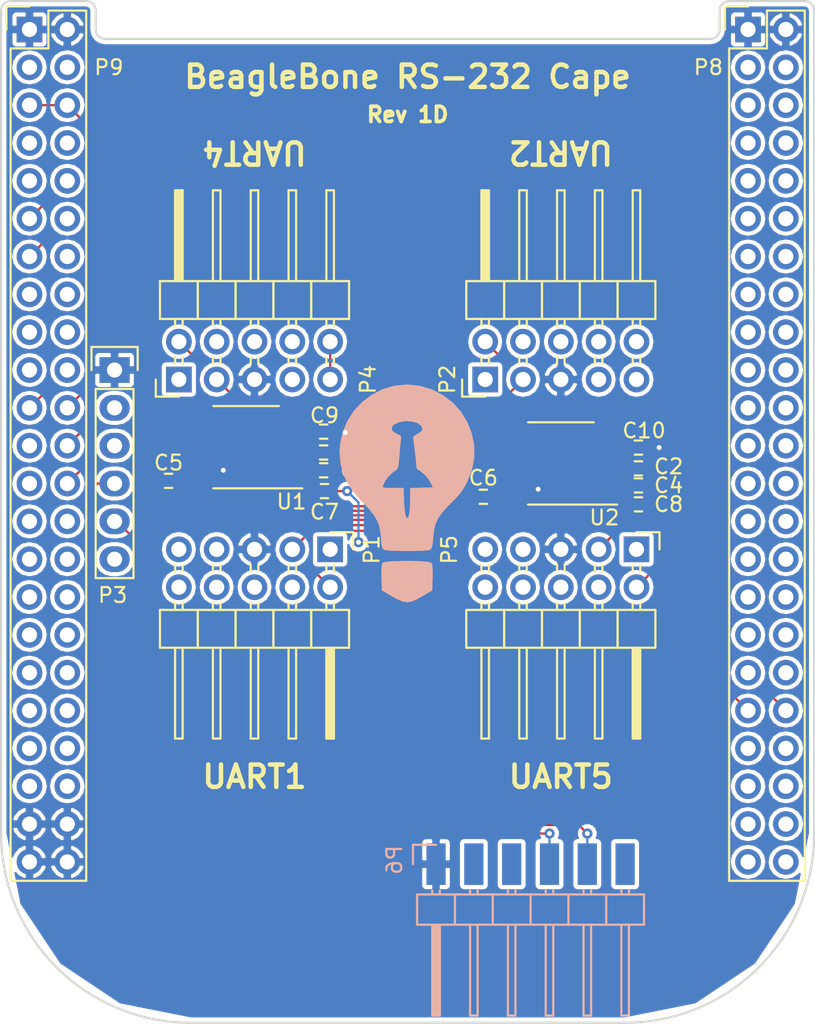
<source format=kicad_pcb>
(kicad_pcb (version 4) (host pcbnew 4.0.3-stable)
  (title_block (title "BeagleBone RS-232 Cape") (date 2016-11-16) (rev 1D) (company BulbTack))
  (layers (0 F.Cu signal) (31 B.Cu signal) (34 B.Paste user) (35 F.Paste user) (36 B.SilkS user) (37 F.SilkS user) (38 B.Mask user) (39 F.Mask user) (44 Edge.Cuts user))
  (net 0 "")
  (net 1 GNDD)
  (net 2 UART1_TXD)
  (net 3 UART4_TXD)
  (net 4 UART1_RXD)
  (net 5 UART4_RXD)
  (net 6 UART2_TXD)
  (net 7 UART5_TXD)
  (net 8 UART2_RXD)
  (net 9 UART5_RXD)
  (net 10 SER1_RX)
  (net 11 SER1_TX)
  (net 12 SER2_RX)
  (net 13 SER2_TX)
  (net 14 SER4_RX)
  (net 15 SER4_TX)
  (net 16 SER5_RX)
  (net 17 SER5_TX)
  (net 18 +5VD)
  (net 19 /C2_PLUS_1)
  (net 20 /C2_MINUS_1)
  (net 21 /C2_PLUS_2)
  (net 22 /C2_MINUS_2)
  (net 23 /C1_PLUS_1)
  (net 24 /C1_MINUS_1)
  (net 25 /C1_PLUS_2)
  (net 26 /C1_MINUS_2)
  (net 27 /V_PLUS_1)
  (net 28 /V_PLUS_2)
  (net 29 /V_MINUS_1)
  (net 30 /V_MINUS_2)
  (net 31 /UART0_RXD)
  (net 32 /UART0_TXD)
  (net 33 "Net-(P1-Pad1)")
  (net 34 "Net-(P1-Pad4)")
  (net 35 "Net-(P1-Pad6)")
  (net 36 "Net-(P1-Pad7)")
  (net 37 "Net-(P1-Pad8)")
  (net 38 "Net-(P1-Pad9)")
  (net 39 "Net-(P1-Pad10)")
  (net 40 "Net-(P2-Pad1)")
  (net 41 "Net-(P2-Pad4)")
  (net 42 "Net-(P2-Pad6)")
  (net 43 "Net-(P2-Pad7)")
  (net 44 "Net-(P2-Pad8)")
  (net 45 "Net-(P2-Pad9)")
  (net 46 "Net-(P2-Pad10)")
  (net 47 "Net-(P3-Pad2)")
  (net 48 "Net-(P3-Pad3)")
  (net 49 "Net-(P3-Pad6)")
  (net 50 "Net-(P4-Pad1)")
  (net 51 "Net-(P4-Pad4)")
  (net 52 "Net-(P4-Pad6)")
  (net 53 "Net-(P4-Pad7)")
  (net 54 "Net-(P4-Pad8)")
  (net 55 "Net-(P4-Pad9)")
  (net 56 "Net-(P4-Pad10)")
  (net 57 "Net-(P5-Pad1)")
  (net 58 "Net-(P5-Pad4)")
  (net 59 "Net-(P5-Pad6)")
  (net 60 "Net-(P5-Pad7)")
  (net 61 "Net-(P5-Pad8)")
  (net 62 "Net-(P5-Pad9)")
  (net 63 "Net-(P5-Pad10)")
  (net 64 "Net-(P8-Pad3)")
  (net 65 "Net-(P8-Pad4)")
  (net 66 "Net-(P8-Pad5)")
  (net 67 "Net-(P8-Pad6)")
  (net 68 "Net-(P8-Pad7)")
  (net 69 "Net-(P8-Pad8)")
  (net 70 "Net-(P8-Pad9)")
  (net 71 "Net-(P8-Pad10)")
  (net 72 "Net-(P8-Pad11)")
  (net 73 "Net-(P8-Pad12)")
  (net 74 "Net-(P8-Pad13)")
  (net 75 "Net-(P8-Pad14)")
  (net 76 "Net-(P8-Pad15)")
  (net 77 "Net-(P8-Pad16)")
  (net 78 "Net-(P8-Pad17)")
  (net 79 "Net-(P8-Pad18)")
  (net 80 "Net-(P8-Pad19)")
  (net 81 "Net-(P8-Pad20)")
  (net 82 "Net-(P8-Pad21)")
  (net 83 "Net-(P8-Pad22)")
  (net 84 "Net-(P8-Pad23)")
  (net 85 "Net-(P8-Pad24)")
  (net 86 "Net-(P8-Pad25)")
  (net 87 "Net-(P8-Pad26)")
  (net 88 "Net-(P8-Pad27)")
  (net 89 "Net-(P8-Pad28)")
  (net 90 "Net-(P8-Pad29)")
  (net 91 "Net-(P8-Pad30)")
  (net 92 "Net-(P8-Pad31)")
  (net 93 "Net-(P8-Pad32)")
  (net 94 "Net-(P8-Pad33)")
  (net 95 "Net-(P8-Pad34)")
  (net 96 "Net-(P8-Pad35)")
  (net 97 "Net-(P8-Pad36)")
  (net 98 "Net-(P8-Pad39)")
  (net 99 "Net-(P8-Pad40)")
  (net 100 "Net-(P8-Pad41)")
  (net 101 "Net-(P8-Pad42)")
  (net 102 "Net-(P8-Pad43)")
  (net 103 "Net-(P8-Pad44)")
  (net 104 "Net-(P8-Pad45)")
  (net 105 "Net-(P8-Pad46)")
  (net 106 "Net-(P9-Pad3)")
  (net 107 "Net-(P9-Pad4)")
  (net 108 "Net-(P9-Pad7)")
  (net 109 "Net-(P9-Pad8)")
  (net 110 "Net-(P9-Pad9)")
  (net 111 "Net-(P9-Pad10)")
  (net 112 "Net-(P9-Pad12)")
  (net 113 "Net-(P9-Pad14)")
  (net 114 "Net-(P9-Pad15)")
  (net 115 "Net-(P9-Pad16)")
  (net 116 "Net-(P9-Pad17)")
  (net 117 "Net-(P9-Pad18)")
  (net 118 "Net-(P9-Pad19)")
  (net 119 "Net-(P9-Pad20)")
  (net 120 "Net-(P9-Pad23)")
  (net 121 "Net-(P9-Pad25)")
  (net 122 "Net-(P9-Pad27)")
  (net 123 "Net-(P9-Pad28)")
  (net 124 "Net-(P9-Pad29)")
  (net 125 "Net-(P9-Pad30)")
  (net 126 "Net-(P9-Pad31)")
  (net 127 "Net-(P9-Pad32)")
  (net 128 "Net-(P9-Pad33)")
  (net 129 "Net-(P9-Pad34)")
  (net 130 "Net-(P9-Pad35)")
  (net 131 "Net-(P9-Pad36)")
  (net 132 "Net-(P9-Pad37)")
  (net 133 "Net-(P9-Pad38)")
  (net 134 "Net-(P9-Pad39)")
  (net 135 "Net-(P9-Pad40)")
  (net 136 "Net-(P9-Pad41)")
  (net 137 "Net-(P9-Pad42)")
  (net 138 "Net-(P6-Pad2)")
  (net 139 "Net-(P6-Pad3)")
  (net 140 "Net-(P6-Pad6)")
  (module Capacitors_SMD:C_0402 (layer F.Cu) (at 97.859488 124.279438)
    (fp_text reference C1 (at 2.089512 -0.073438) (layer F.SilkS))
    (fp_text value .1uF hide)
    (pad 1 smd rect (at -0.55 0) (size 0.6 0.5) (layers F.Cu F.Paste F.Mask) (net 19 /C2_PLUS_1))
    (pad 2 smd rect (at 0.55 0) (size 0.6 0.5) (layers F.Cu F.Paste F.Mask) (net 20 /C2_MINUS_1))
  )
  (module Capacitors_SMD:C_0402 (layer F.Cu) (at 118.999 125.349)
    (fp_text reference C2 (at 2.032 -0.127) (layer F.SilkS))
    (fp_text value .1uF hide)
    (pad 1 smd rect (at -0.55 0) (size 0.6 0.5) (layers F.Cu F.Paste F.Mask) (net 21 /C2_PLUS_2))
    (pad 2 smd rect (at 0.55 0) (size 0.6 0.5) (layers F.Cu F.Paste F.Mask) (net 22 /C2_MINUS_2))
  )
  (module Capacitors_SMD:C_0402 (layer F.Cu) (at 97.859488 125.476 180)
    (fp_text reference C3 (at -2.089512 0 180) (layer F.SilkS))
    (fp_text value .1uF hide)
    (pad 1 smd rect (at -0.55 0 180) (size 0.6 0.5) (layers F.Cu F.Paste F.Mask) (net 23 /C1_PLUS_1))
    (pad 2 smd rect (at 0.55 0 180) (size 0.6 0.5) (layers F.Cu F.Paste F.Mask) (net 24 /C1_MINUS_1))
  )
  (module Capacitors_SMD:C_0402 (layer F.Cu) (at 118.999 126.492 180)
    (fp_text reference C4 (at -2.032 0 180) (layer F.SilkS))
    (fp_text value .1uF hide)
    (pad 1 smd rect (at -0.55 0 180) (size 0.6 0.5) (layers F.Cu F.Paste F.Mask) (net 25 /C1_PLUS_2))
    (pad 2 smd rect (at 0.55 0 180) (size 0.6 0.5) (layers F.Cu F.Paste F.Mask) (net 26 /C1_MINUS_2))
  )
  (module Capacitors_SMD:C_0402 (layer F.Cu) (at 87.445488 126.184438 180)
    (fp_text reference C5 (at 0 1.216438 180) (layer F.SilkS))
    (fp_text value .1uF hide)
    (pad 1 smd rect (at -0.55 0 180) (size 0.6 0.5) (layers F.Cu F.Paste F.Mask) (net 18 +5VD))
    (pad 2 smd rect (at 0.55 0 180) (size 0.6 0.5) (layers F.Cu F.Paste F.Mask) (net 1 GNDD))
  )
  (module Capacitors_SMD:C_0402 (layer F.Cu) (at 108.585 127.254 180)
    (fp_text reference C6 (at 0 1.27 180) (layer F.SilkS))
    (fp_text value .1uF hide)
    (pad 1 smd rect (at -0.55 0 180) (size 0.6 0.5) (layers F.Cu F.Paste F.Mask) (net 18 +5VD))
    (pad 2 smd rect (at 0.55 0 180) (size 0.6 0.5) (layers F.Cu F.Paste F.Mask) (net 1 GNDD))
  )
  (module Capacitors_SMD:C_0402 (layer F.Cu) (at 97.917 126.873 180)
    (fp_text reference C7 (at 0 -1.397 180) (layer F.SilkS))
    (fp_text value .1uF hide)
    (pad 1 smd rect (at -0.55 0 180) (size 0.6 0.5) (layers F.Cu F.Paste F.Mask) (net 18 +5VD))
    (pad 2 smd rect (at 0.55 0 180) (size 0.6 0.5) (layers F.Cu F.Paste F.Mask) (net 27 /V_PLUS_1))
  )
  (module Capacitors_SMD:C_0402 (layer F.Cu) (at 118.999 127.762 180)
    (fp_text reference C8 (at -2.032 0 180) (layer F.SilkS))
    (fp_text value .1uF hide)
    (pad 1 smd rect (at -0.55 0 180) (size 0.6 0.5) (layers F.Cu F.Paste F.Mask) (net 18 +5VD))
    (pad 2 smd rect (at 0.55 0 180) (size 0.6 0.5) (layers F.Cu F.Paste F.Mask) (net 28 /V_PLUS_2))
  )
  (module Capacitors_SMD:C_0402 (layer F.Cu) (at 97.859488 122.882438 180)
    (fp_text reference C9 (at -0.057512 1.089438 180) (layer F.SilkS))
    (fp_text value .1uF hide)
    (pad 1 smd rect (at -0.55 0 180) (size 0.6 0.5) (layers F.Cu F.Paste F.Mask) (net 1 GNDD))
    (pad 2 smd rect (at 0.55 0 180) (size 0.6 0.5) (layers F.Cu F.Paste F.Mask) (net 29 /V_MINUS_1))
  )
  (module Capacitors_SMD:C_0402 (layer F.Cu) (at 118.999 123.952 180)
    (fp_text reference C10 (at -0.381 1.143 180) (layer F.SilkS))
    (fp_text value .1uF hide)
    (pad 1 smd rect (at -0.55 0 180) (size 0.6 0.5) (layers F.Cu F.Paste F.Mask) (net 1 GNDD))
    (pad 2 smd rect (at 0.55 0 180) (size 0.6 0.5) (layers F.Cu F.Paste F.Mask) (net 30 /V_MINUS_2))
  )
  (module Pin_Headers:Pin_Header_Straight_2x23 (layer F.Cu) (at 126.365 95.885)
    (fp_text reference P8 (at -2.667 2.54) (layer F.SilkS))
    (fp_text value CONN_02X23 hide)
    (pad 1 thru_hole rect (at 0 0) (size 1.7272 1.7272) (drill 1.016) (layers *.Cu *.Mask) (net 1 GNDD))
    (pad 2 thru_hole oval (at 2.54 0) (size 1.7272 1.7272) (drill 1.016) (layers *.Cu *.Mask) (net 1 GNDD))
    (pad 3 thru_hole oval (at 0 2.54) (size 1.7272 1.7272) (drill 1.016) (layers *.Cu *.Mask) (net 64 "Net-(P8-Pad3)"))
    (pad 4 thru_hole oval (at 2.54 2.54) (size 1.7272 1.7272) (drill 1.016) (layers *.Cu *.Mask) (net 65 "Net-(P8-Pad4)"))
    (pad 5 thru_hole oval (at 0 5.08) (size 1.7272 1.7272) (drill 1.016) (layers *.Cu *.Mask) (net 66 "Net-(P8-Pad5)"))
    (pad 6 thru_hole oval (at 2.54 5.08) (size 1.7272 1.7272) (drill 1.016) (layers *.Cu *.Mask) (net 67 "Net-(P8-Pad6)"))
    (pad 7 thru_hole oval (at 0 7.62) (size 1.7272 1.7272) (drill 1.016) (layers *.Cu *.Mask) (net 68 "Net-(P8-Pad7)"))
    (pad 8 thru_hole oval (at 2.54 7.62) (size 1.7272 1.7272) (drill 1.016) (layers *.Cu *.Mask) (net 69 "Net-(P8-Pad8)"))
    (pad 9 thru_hole oval (at 0 10.16) (size 1.7272 1.7272) (drill 1.016) (layers *.Cu *.Mask) (net 70 "Net-(P8-Pad9)"))
    (pad 10 thru_hole oval (at 2.54 10.16) (size 1.7272 1.7272) (drill 1.016) (layers *.Cu *.Mask) (net 71 "Net-(P8-Pad10)"))
    (pad 11 thru_hole oval (at 0 12.7) (size 1.7272 1.7272) (drill 1.016) (layers *.Cu *.Mask) (net 72 "Net-(P8-Pad11)"))
    (pad 12 thru_hole oval (at 2.54 12.7) (size 1.7272 1.7272) (drill 1.016) (layers *.Cu *.Mask) (net 73 "Net-(P8-Pad12)"))
    (pad 13 thru_hole oval (at 0 15.24) (size 1.7272 1.7272) (drill 1.016) (layers *.Cu *.Mask) (net 74 "Net-(P8-Pad13)"))
    (pad 14 thru_hole oval (at 2.54 15.24) (size 1.7272 1.7272) (drill 1.016) (layers *.Cu *.Mask) (net 75 "Net-(P8-Pad14)"))
    (pad 15 thru_hole oval (at 0 17.78) (size 1.7272 1.7272) (drill 1.016) (layers *.Cu *.Mask) (net 76 "Net-(P8-Pad15)"))
    (pad 16 thru_hole oval (at 2.54 17.78) (size 1.7272 1.7272) (drill 1.016) (layers *.Cu *.Mask) (net 77 "Net-(P8-Pad16)"))
    (pad 17 thru_hole oval (at 0 20.32) (size 1.7272 1.7272) (drill 1.016) (layers *.Cu *.Mask) (net 78 "Net-(P8-Pad17)"))
    (pad 18 thru_hole oval (at 2.54 20.32) (size 1.7272 1.7272) (drill 1.016) (layers *.Cu *.Mask) (net 79 "Net-(P8-Pad18)"))
    (pad 19 thru_hole oval (at 0 22.86) (size 1.7272 1.7272) (drill 1.016) (layers *.Cu *.Mask) (net 80 "Net-(P8-Pad19)"))
    (pad 20 thru_hole oval (at 2.54 22.86) (size 1.7272 1.7272) (drill 1.016) (layers *.Cu *.Mask) (net 81 "Net-(P8-Pad20)"))
    (pad 21 thru_hole oval (at 0 25.4) (size 1.7272 1.7272) (drill 1.016) (layers *.Cu *.Mask) (net 82 "Net-(P8-Pad21)"))
    (pad 22 thru_hole oval (at 2.54 25.4) (size 1.7272 1.7272) (drill 1.016) (layers *.Cu *.Mask) (net 83 "Net-(P8-Pad22)"))
    (pad 23 thru_hole oval (at 0 27.94) (size 1.7272 1.7272) (drill 1.016) (layers *.Cu *.Mask) (net 84 "Net-(P8-Pad23)"))
    (pad 24 thru_hole oval (at 2.54 27.94) (size 1.7272 1.7272) (drill 1.016) (layers *.Cu *.Mask) (net 85 "Net-(P8-Pad24)"))
    (pad 25 thru_hole oval (at 0 30.48) (size 1.7272 1.7272) (drill 1.016) (layers *.Cu *.Mask) (net 86 "Net-(P8-Pad25)"))
    (pad 26 thru_hole oval (at 2.54 30.48) (size 1.7272 1.7272) (drill 1.016) (layers *.Cu *.Mask) (net 87 "Net-(P8-Pad26)"))
    (pad 27 thru_hole oval (at 0 33.02) (size 1.7272 1.7272) (drill 1.016) (layers *.Cu *.Mask) (net 88 "Net-(P8-Pad27)"))
    (pad 28 thru_hole oval (at 2.54 33.02) (size 1.7272 1.7272) (drill 1.016) (layers *.Cu *.Mask) (net 89 "Net-(P8-Pad28)"))
    (pad 29 thru_hole oval (at 0 35.56) (size 1.7272 1.7272) (drill 1.016) (layers *.Cu *.Mask) (net 90 "Net-(P8-Pad29)"))
    (pad 30 thru_hole oval (at 2.54 35.56) (size 1.7272 1.7272) (drill 1.016) (layers *.Cu *.Mask) (net 91 "Net-(P8-Pad30)"))
    (pad 31 thru_hole oval (at 0 38.1) (size 1.7272 1.7272) (drill 1.016) (layers *.Cu *.Mask) (net 92 "Net-(P8-Pad31)"))
    (pad 32 thru_hole oval (at 2.54 38.1) (size 1.7272 1.7272) (drill 1.016) (layers *.Cu *.Mask) (net 93 "Net-(P8-Pad32)"))
    (pad 33 thru_hole oval (at 0 40.64) (size 1.7272 1.7272) (drill 1.016) (layers *.Cu *.Mask) (net 94 "Net-(P8-Pad33)"))
    (pad 34 thru_hole oval (at 2.54 40.64) (size 1.7272 1.7272) (drill 1.016) (layers *.Cu *.Mask) (net 95 "Net-(P8-Pad34)"))
    (pad 35 thru_hole oval (at 0 43.18) (size 1.7272 1.7272) (drill 1.016) (layers *.Cu *.Mask) (net 96 "Net-(P8-Pad35)"))
    (pad 36 thru_hole oval (at 2.54 43.18) (size 1.7272 1.7272) (drill 1.016) (layers *.Cu *.Mask) (net 97 "Net-(P8-Pad36)"))
    (pad 37 thru_hole oval (at 0 45.72) (size 1.7272 1.7272) (drill 1.016) (layers *.Cu *.Mask) (net 7 UART5_TXD))
    (pad 38 thru_hole oval (at 2.54 45.72) (size 1.7272 1.7272) (drill 1.016) (layers *.Cu *.Mask) (net 9 UART5_RXD))
    (pad 39 thru_hole oval (at 0 48.26) (size 1.7272 1.7272) (drill 1.016) (layers *.Cu *.Mask) (net 98 "Net-(P8-Pad39)"))
    (pad 40 thru_hole oval (at 2.54 48.26) (size 1.7272 1.7272) (drill 1.016) (layers *.Cu *.Mask) (net 99 "Net-(P8-Pad40)"))
    (pad 41 thru_hole oval (at 0 50.8) (size 1.7272 1.7272) (drill 1.016) (layers *.Cu *.Mask) (net 100 "Net-(P8-Pad41)"))
    (pad 42 thru_hole oval (at 2.54 50.8) (size 1.7272 1.7272) (drill 1.016) (layers *.Cu *.Mask) (net 101 "Net-(P8-Pad42)"))
    (pad 43 thru_hole oval (at 0 53.34) (size 1.7272 1.7272) (drill 1.016) (layers *.Cu *.Mask) (net 102 "Net-(P8-Pad43)"))
    (pad 44 thru_hole oval (at 2.54 53.34) (size 1.7272 1.7272) (drill 1.016) (layers *.Cu *.Mask) (net 103 "Net-(P8-Pad44)"))
    (pad 45 thru_hole oval (at 0 55.88) (size 1.7272 1.7272) (drill 1.016) (layers *.Cu *.Mask) (net 104 "Net-(P8-Pad45)"))
    (pad 46 thru_hole oval (at 2.54 55.88) (size 1.7272 1.7272) (drill 1.016) (layers *.Cu *.Mask) (net 105 "Net-(P8-Pad46)"))
  )
  (module Pin_Headers:Pin_Header_Straight_2x23 (layer F.Cu) (at 78.105 95.885)
    (fp_text reference P9 (at 5.334 2.54) (layer F.SilkS))
    (fp_text value CONN_02X23 hide)
    (pad 1 thru_hole rect (at 0 0) (size 1.7272 1.7272) (drill 1.016) (layers *.Cu *.Mask) (net 1 GNDD))
    (pad 2 thru_hole oval (at 2.54 0) (size 1.7272 1.7272) (drill 1.016) (layers *.Cu *.Mask) (net 1 GNDD))
    (pad 3 thru_hole oval (at 0 2.54) (size 1.7272 1.7272) (drill 1.016) (layers *.Cu *.Mask) (net 106 "Net-(P9-Pad3)"))
    (pad 4 thru_hole oval (at 2.54 2.54) (size 1.7272 1.7272) (drill 1.016) (layers *.Cu *.Mask) (net 107 "Net-(P9-Pad4)"))
    (pad 5 thru_hole oval (at 0 5.08) (size 1.7272 1.7272) (drill 1.016) (layers *.Cu *.Mask) (net 18 +5VD))
    (pad 6 thru_hole oval (at 2.54 5.08) (size 1.7272 1.7272) (drill 1.016) (layers *.Cu *.Mask) (net 18 +5VD))
    (pad 7 thru_hole oval (at 0 7.62) (size 1.7272 1.7272) (drill 1.016) (layers *.Cu *.Mask) (net 108 "Net-(P9-Pad7)"))
    (pad 8 thru_hole oval (at 2.54 7.62) (size 1.7272 1.7272) (drill 1.016) (layers *.Cu *.Mask) (net 109 "Net-(P9-Pad8)"))
    (pad 9 thru_hole oval (at 0 10.16) (size 1.7272 1.7272) (drill 1.016) (layers *.Cu *.Mask) (net 110 "Net-(P9-Pad9)"))
    (pad 10 thru_hole oval (at 2.54 10.16) (size 1.7272 1.7272) (drill 1.016) (layers *.Cu *.Mask) (net 111 "Net-(P9-Pad10)"))
    (pad 11 thru_hole oval (at 0 12.7) (size 1.7272 1.7272) (drill 1.016) (layers *.Cu *.Mask) (net 5 UART4_RXD))
    (pad 12 thru_hole oval (at 2.54 12.7) (size 1.7272 1.7272) (drill 1.016) (layers *.Cu *.Mask) (net 112 "Net-(P9-Pad12)"))
    (pad 13 thru_hole oval (at 0 15.24) (size 1.7272 1.7272) (drill 1.016) (layers *.Cu *.Mask) (net 3 UART4_TXD))
    (pad 14 thru_hole oval (at 2.54 15.24) (size 1.7272 1.7272) (drill 1.016) (layers *.Cu *.Mask) (net 113 "Net-(P9-Pad14)"))
    (pad 15 thru_hole oval (at 0 17.78) (size 1.7272 1.7272) (drill 1.016) (layers *.Cu *.Mask) (net 114 "Net-(P9-Pad15)"))
    (pad 16 thru_hole oval (at 2.54 17.78) (size 1.7272 1.7272) (drill 1.016) (layers *.Cu *.Mask) (net 115 "Net-(P9-Pad16)"))
    (pad 17 thru_hole oval (at 0 20.32) (size 1.7272 1.7272) (drill 1.016) (layers *.Cu *.Mask) (net 116 "Net-(P9-Pad17)"))
    (pad 18 thru_hole oval (at 2.54 20.32) (size 1.7272 1.7272) (drill 1.016) (layers *.Cu *.Mask) (net 117 "Net-(P9-Pad18)"))
    (pad 19 thru_hole oval (at 0 22.86) (size 1.7272 1.7272) (drill 1.016) (layers *.Cu *.Mask) (net 118 "Net-(P9-Pad19)"))
    (pad 20 thru_hole oval (at 2.54 22.86) (size 1.7272 1.7272) (drill 1.016) (layers *.Cu *.Mask) (net 119 "Net-(P9-Pad20)"))
    (pad 21 thru_hole oval (at 0 25.4) (size 1.7272 1.7272) (drill 1.016) (layers *.Cu *.Mask) (net 6 UART2_TXD))
    (pad 22 thru_hole oval (at 2.54 25.4) (size 1.7272 1.7272) (drill 1.016) (layers *.Cu *.Mask) (net 8 UART2_RXD))
    (pad 23 thru_hole oval (at 0 27.94) (size 1.7272 1.7272) (drill 1.016) (layers *.Cu *.Mask) (net 120 "Net-(P9-Pad23)"))
    (pad 24 thru_hole oval (at 2.54 27.94) (size 1.7272 1.7272) (drill 1.016) (layers *.Cu *.Mask) (net 2 UART1_TXD))
    (pad 25 thru_hole oval (at 0 30.48) (size 1.7272 1.7272) (drill 1.016) (layers *.Cu *.Mask) (net 121 "Net-(P9-Pad25)"))
    (pad 26 thru_hole oval (at 2.54 30.48) (size 1.7272 1.7272) (drill 1.016) (layers *.Cu *.Mask) (net 4 UART1_RXD))
    (pad 27 thru_hole oval (at 0 33.02) (size 1.7272 1.7272) (drill 1.016) (layers *.Cu *.Mask) (net 122 "Net-(P9-Pad27)"))
    (pad 28 thru_hole oval (at 2.54 33.02) (size 1.7272 1.7272) (drill 1.016) (layers *.Cu *.Mask) (net 123 "Net-(P9-Pad28)"))
    (pad 29 thru_hole oval (at 0 35.56) (size 1.7272 1.7272) (drill 1.016) (layers *.Cu *.Mask) (net 124 "Net-(P9-Pad29)"))
    (pad 30 thru_hole oval (at 2.54 35.56) (size 1.7272 1.7272) (drill 1.016) (layers *.Cu *.Mask) (net 125 "Net-(P9-Pad30)"))
    (pad 31 thru_hole oval (at 0 38.1) (size 1.7272 1.7272) (drill 1.016) (layers *.Cu *.Mask) (net 126 "Net-(P9-Pad31)"))
    (pad 32 thru_hole oval (at 2.54 38.1) (size 1.7272 1.7272) (drill 1.016) (layers *.Cu *.Mask) (net 127 "Net-(P9-Pad32)"))
    (pad 33 thru_hole oval (at 0 40.64) (size 1.7272 1.7272) (drill 1.016) (layers *.Cu *.Mask) (net 128 "Net-(P9-Pad33)"))
    (pad 34 thru_hole oval (at 2.54 40.64) (size 1.7272 1.7272) (drill 1.016) (layers *.Cu *.Mask) (net 129 "Net-(P9-Pad34)"))
    (pad 35 thru_hole oval (at 0 43.18) (size 1.7272 1.7272) (drill 1.016) (layers *.Cu *.Mask) (net 130 "Net-(P9-Pad35)"))
    (pad 36 thru_hole oval (at 2.54 43.18) (size 1.7272 1.7272) (drill 1.016) (layers *.Cu *.Mask) (net 131 "Net-(P9-Pad36)"))
    (pad 37 thru_hole oval (at 0 45.72) (size 1.7272 1.7272) (drill 1.016) (layers *.Cu *.Mask) (net 132 "Net-(P9-Pad37)"))
    (pad 38 thru_hole oval (at 2.54 45.72) (size 1.7272 1.7272) (drill 1.016) (layers *.Cu *.Mask) (net 133 "Net-(P9-Pad38)"))
    (pad 39 thru_hole oval (at 0 48.26) (size 1.7272 1.7272) (drill 1.016) (layers *.Cu *.Mask) (net 134 "Net-(P9-Pad39)"))
    (pad 40 thru_hole oval (at 2.54 48.26) (size 1.7272 1.7272) (drill 1.016) (layers *.Cu *.Mask) (net 135 "Net-(P9-Pad40)"))
    (pad 41 thru_hole oval (at 0 50.8) (size 1.7272 1.7272) (drill 1.016) (layers *.Cu *.Mask) (net 136 "Net-(P9-Pad41)"))
    (pad 42 thru_hole oval (at 2.54 50.8) (size 1.7272 1.7272) (drill 1.016) (layers *.Cu *.Mask) (net 137 "Net-(P9-Pad42)"))
    (pad 43 thru_hole oval (at 0 53.34) (size 1.7272 1.7272) (drill 1.016) (layers *.Cu *.Mask) (net 1 GNDD))
    (pad 44 thru_hole oval (at 2.54 53.34) (size 1.7272 1.7272) (drill 1.016) (layers *.Cu *.Mask) (net 1 GNDD))
    (pad 45 thru_hole oval (at 0 55.88) (size 1.7272 1.7272) (drill 1.016) (layers *.Cu *.Mask) (net 1 GNDD))
    (pad 46 thru_hole oval (at 2.54 55.88) (size 1.7272 1.7272) (drill 1.016) (layers *.Cu *.Mask) (net 1 GNDD))
  )
  (module Housings_SSOP:TSSOP-16_4.4x5mm_Pitch0.65mm (layer F.Cu) (at 92.652488 123.887438 180)
    (fp_text reference U1 (at -3.048 -3.694 180) (layer F.SilkS))
    (fp_text value ST232C)
    (pad 1 smd rect (at -2.95 -2.275 180) (size 1.5 0.45) (layers F.Cu F.Paste F.Mask) (net 23 /C1_PLUS_1))
    (pad 2 smd rect (at -2.95 -1.625 180) (size 1.5 0.45) (layers F.Cu F.Paste F.Mask) (net 27 /V_PLUS_1))
    (pad 3 smd rect (at -2.95 -0.975 180) (size 1.5 0.45) (layers F.Cu F.Paste F.Mask) (net 24 /C1_MINUS_1))
    (pad 4 smd rect (at -2.95 -0.325 180) (size 1.5 0.45) (layers F.Cu F.Paste F.Mask) (net 19 /C2_PLUS_1))
    (pad 5 smd rect (at -2.95 0.325 180) (size 1.5 0.45) (layers F.Cu F.Paste F.Mask) (net 20 /C2_MINUS_1))
    (pad 6 smd rect (at -2.95 0.975 180) (size 1.5 0.45) (layers F.Cu F.Paste F.Mask) (net 29 /V_MINUS_1))
    (pad 7 smd rect (at -2.95 1.625 180) (size 1.5 0.45) (layers F.Cu F.Paste F.Mask) (net 15 SER4_TX))
    (pad 8 smd rect (at -2.95 2.275 180) (size 1.5 0.45) (layers F.Cu F.Paste F.Mask) (net 14 SER4_RX))
    (pad 9 smd rect (at 2.95 2.275 180) (size 1.5 0.45) (layers F.Cu F.Paste F.Mask) (net 5 UART4_RXD))
    (pad 10 smd rect (at 2.95 1.625 180) (size 1.5 0.45) (layers F.Cu F.Paste F.Mask) (net 3 UART4_TXD))
    (pad 11 smd rect (at 2.95 0.975 180) (size 1.5 0.45) (layers F.Cu F.Paste F.Mask) (net 6 UART2_TXD))
    (pad 12 smd rect (at 2.95 0.325 180) (size 1.5 0.45) (layers F.Cu F.Paste F.Mask) (net 8 UART2_RXD))
    (pad 13 smd rect (at 2.95 -0.325 180) (size 1.5 0.45) (layers F.Cu F.Paste F.Mask) (net 12 SER2_RX))
    (pad 14 smd rect (at 2.95 -0.975 180) (size 1.5 0.45) (layers F.Cu F.Paste F.Mask) (net 13 SER2_TX))
    (pad 15 smd rect (at 2.95 -1.625 180) (size 1.5 0.45) (layers F.Cu F.Paste F.Mask) (net 1 GNDD))
    (pad 16 smd rect (at 2.95 -2.275 180) (size 1.5 0.45) (layers F.Cu F.Paste F.Mask) (net 18 +5VD))
  )
  (module Housings_SSOP:TSSOP-16_4.4x5mm_Pitch0.65mm (layer F.Cu) (at 113.792 124.979 180)
    (fp_text reference U2 (at -2.921 -3.672 180) (layer F.SilkS))
    (fp_text value ST232C)
    (pad 1 smd rect (at -2.95 -2.275 180) (size 1.5 0.45) (layers F.Cu F.Paste F.Mask) (net 25 /C1_PLUS_2))
    (pad 2 smd rect (at -2.95 -1.625 180) (size 1.5 0.45) (layers F.Cu F.Paste F.Mask) (net 28 /V_PLUS_2))
    (pad 3 smd rect (at -2.95 -0.975 180) (size 1.5 0.45) (layers F.Cu F.Paste F.Mask) (net 26 /C1_MINUS_2))
    (pad 4 smd rect (at -2.95 -0.325 180) (size 1.5 0.45) (layers F.Cu F.Paste F.Mask) (net 21 /C2_PLUS_2))
    (pad 5 smd rect (at -2.95 0.325 180) (size 1.5 0.45) (layers F.Cu F.Paste F.Mask) (net 22 /C2_MINUS_2))
    (pad 6 smd rect (at -2.95 0.975 180) (size 1.5 0.45) (layers F.Cu F.Paste F.Mask) (net 30 /V_MINUS_2))
    (pad 7 smd rect (at -2.95 1.625 180) (size 1.5 0.45) (layers F.Cu F.Paste F.Mask) (net 17 SER5_TX))
    (pad 8 smd rect (at -2.95 2.275 180) (size 1.5 0.45) (layers F.Cu F.Paste F.Mask) (net 16 SER5_RX))
    (pad 9 smd rect (at 2.95 2.275 180) (size 1.5 0.45) (layers F.Cu F.Paste F.Mask) (net 9 UART5_RXD))
    (pad 10 smd rect (at 2.95 1.625 180) (size 1.5 0.45) (layers F.Cu F.Paste F.Mask) (net 7 UART5_TXD))
    (pad 11 smd rect (at 2.95 0.975 180) (size 1.5 0.45) (layers F.Cu F.Paste F.Mask) (net 2 UART1_TXD))
    (pad 12 smd rect (at 2.95 0.325 180) (size 1.5 0.45) (layers F.Cu F.Paste F.Mask) (net 4 UART1_RXD))
    (pad 13 smd rect (at 2.95 -0.325 180) (size 1.5 0.45) (layers F.Cu F.Paste F.Mask) (net 10 SER1_RX))
    (pad 14 smd rect (at 2.95 -0.975 180) (size 1.5 0.45) (layers F.Cu F.Paste F.Mask) (net 11 SER1_TX))
    (pad 15 smd rect (at 2.95 -1.625 180) (size 1.5 0.45) (layers F.Cu F.Paste F.Mask) (net 1 GNDD))
    (pad 16 smd rect (at 2.95 -2.275 180) (size 1.5 0.45) (layers F.Cu F.Paste F.Mask) (net 18 +5VD))
  )
  (module Pin_Headers:Pin_Header_Straight_1x06 (layer F.Cu) (at 83.82 118.745)
    (fp_text reference P3 (at -0.127 15.113) (layer F.SilkS))
    (fp_text value CONN_01X06 hide)
    (pad 1 thru_hole rect (at 0 0) (size 2.032 1.7272) (drill 1.016) (layers *.Cu *.Mask) (net 1 GNDD))
    (pad 2 thru_hole oval (at 0 2.54) (size 2.032 1.7272) (drill 1.016) (layers *.Cu *.Mask) (net 47 "Net-(P3-Pad2)"))
    (pad 3 thru_hole oval (at 0 5.08) (size 2.032 1.7272) (drill 1.016) (layers *.Cu *.Mask) (net 48 "Net-(P3-Pad3)"))
    (pad 4 thru_hole oval (at 0 7.62) (size 2.032 1.7272) (drill 1.016) (layers *.Cu *.Mask) (net 31 /UART0_RXD))
    (pad 5 thru_hole oval (at 0 10.16) (size 2.032 1.7272) (drill 1.016) (layers *.Cu *.Mask) (net 32 /UART0_TXD))
    (pad 6 thru_hole oval (at 0 12.7) (size 2.032 1.7272) (drill 1.016) (layers *.Cu *.Mask) (net 49 "Net-(P3-Pad6)"))
  )
  (module Pin_Headers:Pin_Header_Angled_2x05 (layer F.Cu) (at 98.298 130.7846 270)
    (fp_text reference P1 (at 0.0254 -2.794 270) (layer F.SilkS))
    (fp_text value CONN_02X05)
    (pad 1 thru_hole rect (at 0 0 270) (size 1.7272 1.7272) (drill 1.016) (layers *.Cu *.Mask) (net 33 "Net-(P1-Pad1)"))
    (pad 2 thru_hole oval (at 2.54 0 270) (size 1.7272 1.7272) (drill 1.016) (layers *.Cu *.Mask) (net 10 SER1_RX))
    (pad 3 thru_hole oval (at 0 2.54 270) (size 1.7272 1.7272) (drill 1.016) (layers *.Cu *.Mask) (net 11 SER1_TX))
    (pad 4 thru_hole oval (at 2.54 2.54 270) (size 1.7272 1.7272) (drill 1.016) (layers *.Cu *.Mask) (net 34 "Net-(P1-Pad4)"))
    (pad 5 thru_hole oval (at 0 5.08 270) (size 1.7272 1.7272) (drill 1.016) (layers *.Cu *.Mask) (net 1 GNDD))
    (pad 6 thru_hole oval (at 2.54 5.08 270) (size 1.7272 1.7272) (drill 1.016) (layers *.Cu *.Mask) (net 35 "Net-(P1-Pad6)"))
    (pad 7 thru_hole oval (at 0 7.62 270) (size 1.7272 1.7272) (drill 1.016) (layers *.Cu *.Mask) (net 36 "Net-(P1-Pad7)"))
    (pad 8 thru_hole oval (at 2.54 7.62 270) (size 1.7272 1.7272) (drill 1.016) (layers *.Cu *.Mask) (net 37 "Net-(P1-Pad8)"))
    (pad 9 thru_hole oval (at 0 10.16 270) (size 1.7272 1.7272) (drill 1.016) (layers *.Cu *.Mask) (net 38 "Net-(P1-Pad9)"))
    (pad 10 thru_hole oval (at 2.54 10.16 270) (size 1.7272 1.7272) (drill 1.016) (layers *.Cu *.Mask) (net 39 "Net-(P1-Pad10)"))
  )
  (module Pin_Headers:Pin_Header_Angled_2x05 (layer F.Cu) (at 108.712 119.38 90)
    (fp_text reference P2 (at 0 -2.54 90) (layer F.SilkS))
    (fp_text value CONN_02X05)
    (pad 1 thru_hole rect (at 0 0 90) (size 1.7272 1.7272) (drill 1.016) (layers *.Cu *.Mask) (net 40 "Net-(P2-Pad1)"))
    (pad 2 thru_hole oval (at 2.54 0 90) (size 1.7272 1.7272) (drill 1.016) (layers *.Cu *.Mask) (net 12 SER2_RX))
    (pad 3 thru_hole oval (at 0 2.54 90) (size 1.7272 1.7272) (drill 1.016) (layers *.Cu *.Mask) (net 13 SER2_TX))
    (pad 4 thru_hole oval (at 2.54 2.54 90) (size 1.7272 1.7272) (drill 1.016) (layers *.Cu *.Mask) (net 41 "Net-(P2-Pad4)"))
    (pad 5 thru_hole oval (at 0 5.08 90) (size 1.7272 1.7272) (drill 1.016) (layers *.Cu *.Mask) (net 1 GNDD))
    (pad 6 thru_hole oval (at 2.54 5.08 90) (size 1.7272 1.7272) (drill 1.016) (layers *.Cu *.Mask) (net 42 "Net-(P2-Pad6)"))
    (pad 7 thru_hole oval (at 0 7.62 90) (size 1.7272 1.7272) (drill 1.016) (layers *.Cu *.Mask) (net 43 "Net-(P2-Pad7)"))
    (pad 8 thru_hole oval (at 2.54 7.62 90) (size 1.7272 1.7272) (drill 1.016) (layers *.Cu *.Mask) (net 44 "Net-(P2-Pad8)"))
    (pad 9 thru_hole oval (at 0 10.16 90) (size 1.7272 1.7272) (drill 1.016) (layers *.Cu *.Mask) (net 45 "Net-(P2-Pad9)"))
    (pad 10 thru_hole oval (at 2.54 10.16 90) (size 1.7272 1.7272) (drill 1.016) (layers *.Cu *.Mask) (net 46 "Net-(P2-Pad10)"))
  )
  (module Pin_Headers:Pin_Header_Angled_2x05 (layer F.Cu) (at 88.138 119.38 90)
    (fp_text reference P4 (at 0 12.7 90) (layer F.SilkS))
    (fp_text value CONN_02X05)
    (pad 1 thru_hole rect (at 0 0 90) (size 1.7272 1.7272) (drill 1.016) (layers *.Cu *.Mask) (net 50 "Net-(P4-Pad1)"))
    (pad 2 thru_hole oval (at 2.54 0 90) (size 1.7272 1.7272) (drill 1.016) (layers *.Cu *.Mask) (net 14 SER4_RX))
    (pad 3 thru_hole oval (at 0 2.54 90) (size 1.7272 1.7272) (drill 1.016) (layers *.Cu *.Mask) (net 15 SER4_TX))
    (pad 4 thru_hole oval (at 2.54 2.54 90) (size 1.7272 1.7272) (drill 1.016) (layers *.Cu *.Mask) (net 51 "Net-(P4-Pad4)"))
    (pad 5 thru_hole oval (at 0 5.08 90) (size 1.7272 1.7272) (drill 1.016) (layers *.Cu *.Mask) (net 1 GNDD))
    (pad 6 thru_hole oval (at 2.54 5.08 90) (size 1.7272 1.7272) (drill 1.016) (layers *.Cu *.Mask) (net 52 "Net-(P4-Pad6)"))
    (pad 7 thru_hole oval (at 0 7.62 90) (size 1.7272 1.7272) (drill 1.016) (layers *.Cu *.Mask) (net 53 "Net-(P4-Pad7)"))
    (pad 8 thru_hole oval (at 2.54 7.62 90) (size 1.7272 1.7272) (drill 1.016) (layers *.Cu *.Mask) (net 54 "Net-(P4-Pad8)"))
    (pad 9 thru_hole oval (at 0 10.16 90) (size 1.7272 1.7272) (drill 1.016) (layers *.Cu *.Mask) (net 55 "Net-(P4-Pad9)"))
    (pad 10 thru_hole oval (at 2.54 10.16 90) (size 1.7272 1.7272) (drill 1.016) (layers *.Cu *.Mask) (net 56 "Net-(P4-Pad10)"))
  )
  (module Pin_Headers:Pin_Header_Angled_2x05 (layer F.Cu) (at 118.872 130.7846 270)
    (fp_text reference P5 (at 0.0254 12.573 270) (layer F.SilkS))
    (fp_text value CONN_02X05)
    (pad 1 thru_hole rect (at 0 0 270) (size 1.7272 1.7272) (drill 1.016) (layers *.Cu *.Mask) (net 57 "Net-(P5-Pad1)"))
    (pad 2 thru_hole oval (at 2.54 0 270) (size 1.7272 1.7272) (drill 1.016) (layers *.Cu *.Mask) (net 16 SER5_RX))
    (pad 3 thru_hole oval (at 0 2.54 270) (size 1.7272 1.7272) (drill 1.016) (layers *.Cu *.Mask) (net 17 SER5_TX))
    (pad 4 thru_hole oval (at 2.54 2.54 270) (size 1.7272 1.7272) (drill 1.016) (layers *.Cu *.Mask) (net 58 "Net-(P5-Pad4)"))
    (pad 5 thru_hole oval (at 0 5.08 270) (size 1.7272 1.7272) (drill 1.016) (layers *.Cu *.Mask) (net 1 GNDD))
    (pad 6 thru_hole oval (at 2.54 5.08 270) (size 1.7272 1.7272) (drill 1.016) (layers *.Cu *.Mask) (net 59 "Net-(P5-Pad6)"))
    (pad 7 thru_hole oval (at 0 7.62 270) (size 1.7272 1.7272) (drill 1.016) (layers *.Cu *.Mask) (net 60 "Net-(P5-Pad7)"))
    (pad 8 thru_hole oval (at 2.54 7.62 270) (size 1.7272 1.7272) (drill 1.016) (layers *.Cu *.Mask) (net 61 "Net-(P5-Pad8)"))
    (pad 9 thru_hole oval (at 0 10.16 270) (size 1.7272 1.7272) (drill 1.016) (layers *.Cu *.Mask) (net 62 "Net-(P5-Pad9)"))
    (pad 10 thru_hole oval (at 2.54 10.16 270) (size 1.7272 1.7272) (drill 1.016) (layers *.Cu *.Mask) (net 63 "Net-(P5-Pad10)"))
  )
  (module beaglebone-rs232:Pin_Header_Angled_1x06_SMT (layer B.Cu) (at 105.41 151.9174 270)
    (fp_text reference P6 (at -0.2794 2.794 270) (layer B.SilkS) (effects (justify mirror)))
    (fp_text value CONN_01X06 hide)
    (pad 1 smd rect (at 0 0 270) (size 2.794 1.2954) (layers B.Cu B.Paste B.Mask) (net 1 GNDD))
    (pad 2 smd rect (at 0 -2.54 270) (size 2.794 1.2954) (layers B.Cu B.Paste B.Mask) (net 138 "Net-(P6-Pad2)"))
    (pad 3 smd rect (at 0 -5.08 270) (size 2.794 1.2954) (layers B.Cu B.Paste B.Mask) (net 139 "Net-(P6-Pad3)"))
    (pad 4 smd rect (at 0 -7.62 270) (size 2.794 1.2954) (layers B.Cu B.Paste B.Mask) (net 31 /UART0_RXD))
    (pad 5 smd rect (at 0 -10.16 270) (size 2.794 1.2954) (layers B.Cu B.Paste B.Mask) (net 32 /UART0_TXD))
    (pad 6 smd rect (at 0 -12.7 270) (size 2.794 1.2954) (layers B.Cu B.Paste B.Mask) (net 140 "Net-(P6-Pad6)"))
  )
  (module beaglebone-rs232:bulbtack-small (layer B.Cu) (at 103.505 127 180)
    (fp_text reference G*** hide)
    (fp_text value BulbTack-small hide)
  )
  (gr_text "Rev 1D" (at 103.505 101.6) (layer F.SilkS) (effects (font (size 1.016 1.016) (thickness 0.254))))
  (gr_text UART2 (at 113.792 104.14 180) (layer F.SilkS) (effects (font (size 1.5 1.5) (thickness 0.3))))
  (gr_text UART4 (at 93.218 104.14 180) (layer F.SilkS) (effects (font (size 1.5 1.5) (thickness 0.3))))
  (gr_text UART1 (at 93.218 146.05) (layer F.SilkS) (effects (font (size 1.5 1.5) (thickness 0.3))))
  (gr_text UART5 (at 113.792 146.05) (layer F.SilkS) (effects (font (size 1.5 1.5) (thickness 0.3))))
  (gr_text "BeagleBone RS-232 Cape" (at 103.505 99.06) (layer F.SilkS) (effects (font (size 1.5 1.5) (thickness 0.3))))
  (gr_arc (start 118.11 149.86) (end 130.81 149.86) (angle 90) (layer Edge.Cuts) (width 0.15))
  (gr_arc (start 88.9 149.86) (end 88.9 162.56) (angle 90) (layer Edge.Cuts) (width 0.15))
  (gr_arc (start 130.175 94.615) (end 130.175 93.98) (angle 90) (layer Edge.Cuts) (width 0.15))
  (gr_line (start 124.46 94.615) (end 124.46 95.885) (layer Edge.Cuts) (width 0.15))
  (gr_arc (start 123.825 95.885) (end 124.46 95.885) (angle 90) (layer Edge.Cuts) (width 0.15))
  (gr_arc (start 125.095 94.615) (end 124.46 94.615) (angle 90) (layer Edge.Cuts) (width 0.15))
  (gr_line (start 82.55 94.615) (end 82.55 95.885) (layer Edge.Cuts) (width 0.15))
  (gr_arc (start 83.185 95.885) (end 83.185 96.52) (angle 90) (layer Edge.Cuts) (width 0.15))
  (gr_arc (start 81.915 94.615) (end 81.915 93.98) (angle 90) (layer Edge.Cuts) (width 0.15))
  (gr_arc (start 76.835 94.615) (end 76.2 94.615) (angle 90) (layer Edge.Cuts) (width 0.15))
  (gr_line (start 130.175 93.98) (end 125.095 93.98) (layer Edge.Cuts) (width 0.15))
  (gr_line (start 76.835 93.98) (end 81.915 93.98) (layer Edge.Cuts) (width 0.15))
  (gr_line (start 83.185 96.52) (end 123.825 96.52) (layer Edge.Cuts) (width 0.15))
  (gr_line (start 118.11 162.56) (end 88.9 162.56) (layer Edge.Cuts) (width 0.15))
  (gr_line (start 130.81 94.615) (end 130.81 149.86) (layer Edge.Cuts) (width 0.15))
  (gr_line (start 76.2 94.615) (end 76.2 149.86) (layer Edge.Cuts) (width 0.15))
  (segment (start 119.549 123.952) (end 120.396 123.952) (width 0.1524) (layer F.Cu) (net 1))
  (via (at 120.396 123.952) (size 0.6858) (drill 0.3302) (layers F.Cu B.Cu) (net 1))
  (segment (start 110.842 126.604) (end 112.126 126.604) (width 0.1524) (layer F.Cu) (net 1))
  (segment (start 112.126 126.604) (end 112.268 126.746) (width 0.1524) (layer F.Cu) (net 1))
  (via (at 112.268 126.746) (size 0.6858) (drill 0.3302) (layers F.Cu B.Cu) (net 1))
  (segment (start 98.409488 122.882438) (end 99.260438 122.882438) (width 0.1524) (layer F.Cu) (net 1))
  (segment (start 99.260438 122.882438) (end 99.314 122.936) (width 0.1524) (layer F.Cu) (net 1))
  (via (at 99.314 122.936) (size 0.6858) (drill 0.3302) (layers F.Cu B.Cu) (net 1))
  (segment (start 89.702488 125.512438) (end 91.086062 125.512438) (width 0.1524) (layer F.Cu) (net 1))
  (segment (start 91.086062 125.512438) (end 91.1225 125.476) (width 0.1524) (layer F.Cu) (net 1))
  (via (at 91.1225 125.476) (size 0.6858) (drill 0.3302) (layers F.Cu B.Cu) (net 1))
  (segment (start 108.035 127.254) (end 108.035 126.8516) (width 0.1524) (layer F.Cu) (net 1))
  (segment (start 108.035 126.8516) (end 108.2936 126.593) (width 0.1524) (layer F.Cu) (net 1))
  (segment (start 108.2936 126.593) (end 110.842 126.593) (width 0.1524) (layer F.Cu) (net 1))
  (segment (start 86.895488 126.184438) (end 86.895488 125.782038) (width 0.1524) (layer F.Cu) (net 1))
  (segment (start 86.895488 125.782038) (end 87.165088 125.512438) (width 0.1524) (layer F.Cu) (net 1))
  (segment (start 87.165088 125.512438) (end 89.702488 125.512438) (width 0.1524) (layer F.Cu) (net 1))
  (segment (start 110.842 124.004) (end 106.220133 124.004) (width 0.1524) (layer F.Cu) (net 2))
  (segment (start 106.220133 124.004) (end 101.725512 128.498622) (width 0.1524) (layer F.Cu) (net 2))
  (segment (start 84.582 122.555) (end 81.915 122.555) (width 0.1524) (layer F.Cu) (net 2))
  (segment (start 101.725512 128.498622) (end 92.734688 128.498622) (width 0.1524) (layer F.Cu) (net 2))
  (segment (start 92.734688 128.498622) (end 91.947256 127.711189) (width 0.1524) (layer F.Cu) (net 2))
  (segment (start 91.947256 127.711189) (end 86.309188 127.711188) (width 0.1524) (layer F.Cu) (net 2))
  (segment (start 85.521811 123.494811) (end 84.582 122.555) (width 0.1524) (layer F.Cu) (net 2))
  (segment (start 86.309188 127.711188) (end 85.521811 126.923811) (width 0.1524) (layer F.Cu) (net 2))
  (segment (start 85.521811 126.923811) (end 85.521811 123.494811) (width 0.1524) (layer F.Cu) (net 2))
  (segment (start 81.915 122.555) (end 81.508599 122.961401) (width 0.1524) (layer F.Cu) (net 2))
  (segment (start 81.508599 122.961401) (end 80.645 123.825) (width 0.1524) (layer F.Cu) (net 2))
  (segment (start 89.702488 122.262438) (end 86.829438 122.262438) (width 0.1524) (layer F.Cu) (net 3))
  (segment (start 86.106 121.539) (end 86.106 114.427) (width 0.1524) (layer F.Cu) (net 3))
  (segment (start 81.534 109.855) (end 79.375 109.855) (width 0.1524) (layer F.Cu) (net 3))
  (segment (start 86.829438 122.262438) (end 86.106 121.539) (width 0.1524) (layer F.Cu) (net 3))
  (segment (start 86.106 114.427) (end 81.534 109.855) (width 0.1524) (layer F.Cu) (net 3))
  (segment (start 79.375 109.855) (end 78.968599 110.261401) (width 0.1524) (layer F.Cu) (net 3))
  (segment (start 78.968599 110.261401) (end 78.105 111.125) (width 0.1524) (layer F.Cu) (net 3))
  (segment (start 86.182932 128.015998) (end 85.217 127.050066) (width 0.1524) (layer F.Cu) (net 4))
  (segment (start 84.582 125.095) (end 81.915 125.095) (width 0.1524) (layer F.Cu) (net 4))
  (segment (start 86.995 128.016) (end 86.182932 128.015998) (width 0.1524) (layer F.Cu) (net 4))
  (segment (start 101.851768 128.803433) (end 92.608433 128.803433) (width 0.1524) (layer F.Cu) (net 4))
  (segment (start 110.842 124.654) (end 106.0012 124.654) (width 0.1524) (layer F.Cu) (net 4))
  (segment (start 106.0012 124.654) (end 101.851768 128.803433) (width 0.1524) (layer F.Cu) (net 4))
  (segment (start 92.608433 128.803433) (end 91.821 128.016) (width 0.1524) (layer F.Cu) (net 4))
  (segment (start 91.821 128.016) (end 86.995 128.016) (width 0.1524) (layer F.Cu) (net 4))
  (segment (start 85.217 127.050066) (end 85.217 125.73) (width 0.1524) (layer F.Cu) (net 4))
  (segment (start 85.217 125.73) (end 84.582 125.095) (width 0.1524) (layer F.Cu) (net 4))
  (segment (start 81.915 125.095) (end 81.508599 125.501401) (width 0.1524) (layer F.Cu) (net 4))
  (segment (start 81.508599 125.501401) (end 80.645 126.365) (width 0.1524) (layer F.Cu) (net 4))
  (segment (start 89.702488 121.612438) (end 86.941438 121.612438) (width 0.1524) (layer F.Cu) (net 5))
  (segment (start 86.941438 121.612438) (end 86.487 121.158) (width 0.1524) (layer F.Cu) (net 5))
  (segment (start 86.487 121.158) (end 86.487 112.395) (width 0.1524) (layer F.Cu) (net 5))
  (segment (start 86.487 112.395) (end 81.407 107.315) (width 0.1524) (layer F.Cu) (net 5))
  (segment (start 81.407 107.315) (end 79.375 107.315) (width 0.1524) (layer F.Cu) (net 5))
  (segment (start 79.375 107.315) (end 78.105 108.585) (width 0.1524) (layer F.Cu) (net 5))
  (segment (start 89.702488 122.912438) (end 86.844438 122.912438) (width 0.1524) (layer F.Cu) (net 6))
  (segment (start 82.042 116.84) (end 81.407 117.475) (width 0.1524) (layer F.Cu) (net 6))
  (segment (start 79.375 120.015) (end 78.968599 120.421401) (width 0.1524) (layer F.Cu) (net 6))
  (segment (start 86.844438 122.912438) (end 85.725 121.793) (width 0.1524) (layer F.Cu) (net 6))
  (segment (start 79.375 118.11) (end 79.375 120.015) (width 0.1524) (layer F.Cu) (net 6))
  (segment (start 85.725 121.793) (end 85.725 117.348) (width 0.1524) (layer F.Cu) (net 6))
  (segment (start 85.725 117.348) (end 85.217 116.84) (width 0.1524) (layer F.Cu) (net 6))
  (segment (start 85.217 116.84) (end 82.042 116.84) (width 0.1524) (layer F.Cu) (net 6))
  (segment (start 81.407 117.475) (end 80.01 117.475) (width 0.1524) (layer F.Cu) (net 6))
  (segment (start 80.01 117.475) (end 79.375 118.11) (width 0.1524) (layer F.Cu) (net 6))
  (segment (start 78.968599 120.421401) (end 78.105 121.285) (width 0.1524) (layer F.Cu) (net 6))
  (segment (start 120.597755 122.021622) (end 122.936 124.359867) (width 0.1524) (layer F.Cu) (net 7))
  (segment (start 122.936 124.359867) (end 122.936 138.176) (width 0.1524) (layer F.Cu) (net 7))
  (segment (start 122.936 138.176) (end 125.501401 140.741401) (width 0.1524) (layer F.Cu) (net 7))
  (segment (start 125.501401 140.741401) (end 126.365 141.605) (width 0.1524) (layer F.Cu) (net 7))
  (segment (start 110.842 123.354) (end 114.517 123.354) (width 0.1524) (layer F.Cu) (net 7))
  (segment (start 114.517 123.354) (end 115.849378 122.021622) (width 0.1524) (layer F.Cu) (net 7))
  (segment (start 115.849378 122.021622) (end 120.597755 122.021622) (width 0.1524) (layer F.Cu) (net 7))
  (segment (start 89.702488 123.562438) (end 86.241562 123.562438) (width 0.1524) (layer F.Cu) (net 8))
  (segment (start 86.241562 123.562438) (end 85.42019 122.741066) (width 0.1524) (layer F.Cu) (net 8))
  (segment (start 85.42019 122.741066) (end 85.42019 117.67819) (width 0.1524) (layer F.Cu) (net 8))
  (segment (start 85.42019 117.67819) (end 85.09 117.348) (width 0.1524) (layer F.Cu) (net 8))
  (segment (start 85.09 117.348) (end 82.423 117.348) (width 0.1524) (layer F.Cu) (net 8))
  (segment (start 82.423 117.348) (end 81.915 117.856) (width 0.1524) (layer F.Cu) (net 8))
  (segment (start 81.915 117.856) (end 81.915 120.015) (width 0.1524) (layer F.Cu) (net 8))
  (segment (start 81.915 120.015) (end 81.508599 120.421401) (width 0.1524) (layer F.Cu) (net 8))
  (segment (start 81.508599 120.421401) (end 80.645 121.285) (width 0.1524) (layer F.Cu) (net 8))
  (segment (start 110.842 122.704) (end 114.735934 122.704) (width 0.1524) (layer F.Cu) (net 9))
  (segment (start 114.735934 122.704) (end 115.723123 121.716811) (width 0.1524) (layer F.Cu) (net 9))
  (segment (start 115.723123 121.716811) (end 120.954811 121.716811) (width 0.1524) (layer F.Cu) (net 9))
  (segment (start 120.954811 121.716811) (end 123.24081 124.00281) (width 0.1524) (layer F.Cu) (net 9))
  (segment (start 123.24081 124.00281) (end 123.24081 137.84581) (width 0.1524) (layer F.Cu) (net 9))
  (segment (start 123.24081 137.84581) (end 125.73 140.335) (width 0.1524) (layer F.Cu) (net 9))
  (segment (start 125.73 140.335) (end 127.635 140.335) (width 0.1524) (layer F.Cu) (net 9))
  (segment (start 127.635 140.335) (end 128.041401 140.741401) (width 0.1524) (layer F.Cu) (net 9))
  (segment (start 128.041401 140.741401) (end 128.905 141.605) (width 0.1524) (layer F.Cu) (net 9))
  (segment (start 110.842 125.304) (end 105.782267 125.304) (width 0.1524) (layer F.Cu) (net 10))
  (segment (start 105.782267 125.304) (end 101.927267 129.159) (width 0.1524) (layer F.Cu) (net 10))
  (segment (start 97.0534 132.08) (end 97.434401 132.461001) (width 0.1524) (layer F.Cu) (net 10))
  (segment (start 101.927267 129.159) (end 95.123 129.159) (width 0.1524) (layer F.Cu) (net 10))
  (segment (start 95.123 129.159) (end 94.488 129.794) (width 0.1524) (layer F.Cu) (net 10))
  (segment (start 94.488 129.794) (end 94.488 131.445) (width 0.1524) (layer F.Cu) (net 10))
  (segment (start 95.123 132.08) (end 97.0534 132.08) (width 0.1524) (layer F.Cu) (net 10))
  (segment (start 94.488 131.445) (end 95.123 132.08) (width 0.1524) (layer F.Cu) (net 10))
  (segment (start 97.434401 132.461001) (end 98.298 133.3246) (width 0.1524) (layer F.Cu) (net 10))
  (segment (start 110.842 125.954) (end 105.563333 125.954) (width 0.1524) (layer F.Cu) (net 11))
  (segment (start 105.563333 125.954) (end 101.977333 129.54) (width 0.1524) (layer F.Cu) (net 11))
  (segment (start 101.977333 129.54) (end 97.0026 129.54) (width 0.1524) (layer F.Cu) (net 11))
  (segment (start 97.0026 129.54) (end 96.621599 129.921001) (width 0.1524) (layer F.Cu) (net 11))
  (segment (start 96.621599 129.921001) (end 95.758 130.7846) (width 0.1524) (layer F.Cu) (net 11))
  (segment (start 111.954056 118.11) (end 109.982 118.11) (width 0.1524) (layer F.Cu) (net 12))
  (segment (start 109.575599 117.703599) (end 108.712 116.84) (width 0.1524) (layer F.Cu) (net 12))
  (segment (start 101.599256 128.193811) (end 108.762066 121.031) (width 0.1524) (layer F.Cu) (net 12))
  (segment (start 85.826622 126.643689) (end 86.589311 127.406378) (width 0.1524) (layer F.Cu) (net 12))
  (segment (start 109.982 118.11) (end 109.575599 117.703599) (width 0.1524) (layer F.Cu) (net 12))
  (segment (start 112.522 118.677944) (end 111.954056 118.11) (width 0.1524) (layer F.Cu) (net 12))
  (segment (start 112.522 120.015) (end 112.522 118.677944) (width 0.1524) (layer F.Cu) (net 12))
  (segment (start 111.506 121.031) (end 112.522 120.015) (width 0.1524) (layer F.Cu) (net 12))
  (segment (start 108.762066 121.031) (end 111.506 121.031) (width 0.1524) (layer F.Cu) (net 12))
  (segment (start 92.860944 128.193811) (end 101.599256 128.193811) (width 0.1524) (layer F.Cu) (net 12))
  (segment (start 85.826622 125.705311) (end 85.826622 126.643689) (width 0.1524) (layer F.Cu) (net 12))
  (segment (start 87.319495 124.212438) (end 85.826622 125.705311) (width 0.1524) (layer F.Cu) (net 12))
  (segment (start 86.589311 127.406378) (end 92.073513 127.406379) (width 0.1524) (layer F.Cu) (net 12))
  (segment (start 89.702488 124.212438) (end 87.319495 124.212438) (width 0.1524) (layer F.Cu) (net 12))
  (segment (start 92.073513 127.406379) (end 92.860944 128.193811) (width 0.1524) (layer F.Cu) (net 12))
  (segment (start 101.473 127.889) (end 108.712 120.65) (width 0.1524) (layer F.Cu) (net 13))
  (segment (start 92.9872 127.889) (end 101.473 127.889) (width 0.1524) (layer F.Cu) (net 13))
  (segment (start 86.715567 127.101567) (end 92.199768 127.101567) (width 0.1524) (layer F.Cu) (net 13))
  (segment (start 86.131433 126.517433) (end 86.715567 127.101567) (width 0.1524) (layer F.Cu) (net 13))
  (segment (start 86.131433 125.831567) (end 86.131433 126.517433) (width 0.1524) (layer F.Cu) (net 13))
  (segment (start 110.388401 120.243599) (end 111.252 119.38) (width 0.1524) (layer F.Cu) (net 13))
  (segment (start 109.982 120.65) (end 110.388401 120.243599) (width 0.1524) (layer F.Cu) (net 13))
  (segment (start 89.702488 124.862438) (end 87.100562 124.862438) (width 0.1524) (layer F.Cu) (net 13))
  (segment (start 87.100562 124.862438) (end 86.131433 125.831567) (width 0.1524) (layer F.Cu) (net 13))
  (segment (start 92.199768 127.101567) (end 92.9872 127.889) (width 0.1524) (layer F.Cu) (net 13))
  (segment (start 108.712 120.65) (end 109.982 120.65) (width 0.1524) (layer F.Cu) (net 13))
  (segment (start 95.602488 121.612438) (end 93.621639 121.612438) (width 0.1524) (layer F.Cu) (net 14))
  (segment (start 93.621639 121.612438) (end 91.948 119.938799) (width 0.1524) (layer F.Cu) (net 14))
  (segment (start 91.948 119.938799) (end 91.948 118.745) (width 0.1524) (layer F.Cu) (net 14))
  (segment (start 91.948 118.745) (end 91.313 118.11) (width 0.1524) (layer F.Cu) (net 14))
  (segment (start 91.313 118.11) (end 89.408 118.11) (width 0.1524) (layer F.Cu) (net 14))
  (segment (start 89.408 118.11) (end 89.001599 117.703599) (width 0.1524) (layer F.Cu) (net 14))
  (segment (start 89.001599 117.703599) (end 88.138 116.84) (width 0.1524) (layer F.Cu) (net 14))
  (segment (start 95.602488 122.262438) (end 93.560438 122.262438) (width 0.1524) (layer F.Cu) (net 15))
  (segment (start 93.560438 122.262438) (end 90.678 119.38) (width 0.1524) (layer F.Cu) (net 15))
  (segment (start 119.735599 132.461001) (end 118.872 133.3246) (width 0.1524) (layer F.Cu) (net 16))
  (segment (start 121.666 130.5306) (end 119.735599 132.461001) (width 0.1524) (layer F.Cu) (net 16))
  (segment (start 116.742 122.704) (end 120.722067 122.704) (width 0.1524) (layer F.Cu) (net 16))
  (segment (start 121.666 123.647933) (end 121.666 130.5306) (width 0.1524) (layer F.Cu) (net 16))
  (segment (start 120.722067 122.704) (end 121.666 123.647933) (width 0.1524) (layer F.Cu) (net 16))
  (segment (start 116.742 123.354) (end 120.941 123.354) (width 0.1524) (layer F.Cu) (net 17))
  (segment (start 119.126 129.54) (end 117.5766 129.54) (width 0.1524) (layer F.Cu) (net 17))
  (segment (start 117.195599 129.921001) (end 116.332 130.7846) (width 0.1524) (layer F.Cu) (net 17))
  (segment (start 120.941 123.354) (end 121.285 123.698) (width 0.1524) (layer F.Cu) (net 17))
  (segment (start 121.285 127.381) (end 119.126 129.54) (width 0.1524) (layer F.Cu) (net 17))
  (segment (start 117.5766 129.54) (end 117.195599 129.921001) (width 0.1524) (layer F.Cu) (net 17))
  (segment (start 121.285 123.698) (end 121.285 127.381) (width 0.1524) (layer F.Cu) (net 17))
  (segment (start 80.645 100.965) (end 86.868 107.188) (width 0.1524) (layer F.Cu) (net 18))
  (segment (start 86.868 107.188) (end 86.868 120.65) (width 0.1524) (layer F.Cu) (net 18))
  (segment (start 91.694 121.92) (end 91.694 125.984) (width 0.1524) (layer F.Cu) (net 18))
  (segment (start 86.868 120.65) (end 86.995 120.777) (width 0.1524) (layer F.Cu) (net 18))
  (segment (start 86.995 120.777) (end 90.551 120.777) (width 0.1524) (layer F.Cu) (net 18))
  (segment (start 90.551 120.777) (end 91.694 121.92) (width 0.1524) (layer F.Cu) (net 18))
  (segment (start 91.694 125.984) (end 91.515562 126.162438) (width 0.1524) (layer F.Cu) (net 18))
  (segment (start 91.515562 126.162438) (end 90.906504 126.162438) (width 0.1524) (layer F.Cu) (net 18))
  (segment (start 91.691705 126.162438) (end 90.906504 126.162438) (width 0.1524) (layer F.Cu) (net 18))
  (segment (start 92.986456 127.457189) (end 91.691705 126.162438) (width 0.1524) (layer F.Cu) (net 18))
  (segment (start 97.832811 127.457189) (end 92.986456 127.457189) (width 0.1524) (layer F.Cu) (net 18))
  (segment (start 98.417 126.873) (end 97.832811 127.457189) (width 0.1524) (layer F.Cu) (net 18))
  (segment (start 98.467 126.873) (end 98.417 126.873) (width 0.1524) (layer F.Cu) (net 18))
  (segment (start 109.135 127.254) (end 109.085 127.254) (width 0.1524) (layer F.Cu) (net 18))
  (segment (start 119.549 127.762) (end 119.549 128.1644) (width 0.1524) (layer F.Cu) (net 18))
  (segment (start 119.549 128.1644) (end 119.3164 128.397) (width 0.1524) (layer F.Cu) (net 18))
  (segment (start 111.7444 127.254) (end 110.842 127.254) (width 0.1524) (layer F.Cu) (net 18))
  (segment (start 119.3164 128.397) (end 112.8874 128.397) (width 0.1524) (layer F.Cu) (net 18))
  (segment (start 112.8874 128.397) (end 111.7444 127.254) (width 0.1524) (layer F.Cu) (net 18))
  (segment (start 90.906504 126.162438) (end 89.702488 126.162438) (width 0.1524) (layer F.Cu) (net 18))
  (segment (start 109.135 127.254) (end 110.831 127.254) (width 0.1524) (layer F.Cu) (net 18))
  (segment (start 110.831 127.254) (end 110.842 127.243) (width 0.1524) (layer F.Cu) (net 18))
  (segment (start 78.105 100.965) (end 80.645 100.965) (width 0.1524) (layer F.Cu) (net 18))
  (segment (start 87.995488 126.184438) (end 89.680488 126.184438) (width 0.1524) (layer F.Cu) (net 18))
  (segment (start 89.680488 126.184438) (end 89.702488 126.162438) (width 0.1524) (layer F.Cu) (net 18))
  (segment (start 99.440996 126.873) (end 100.203 127.635004) (width 0.1524) (layer B.Cu) (net 18))
  (segment (start 98.467 126.873) (end 99.440996 126.873) (width 0.1524) (layer F.Cu) (net 18))
  (via (at 99.440996 126.873) (size 0.6858) (drill 0.3302) (layers F.Cu B.Cu) (net 18))
  (segment (start 100.203 127.635004) (end 100.203 130.302) (width 0.1524) (layer B.Cu) (net 18))
  (segment (start 106.037 130.302) (end 100.203 130.302) (width 0.1524) (layer F.Cu) (net 18))
  (segment (start 109.085 127.254) (end 106.037 130.302) (width 0.1524) (layer F.Cu) (net 18))
  (via (at 100.203 130.302) (size 0.6858) (drill 0.3302) (layers F.Cu B.Cu) (net 18))
  (segment (start 95.602488 124.212438) (end 97.242488 124.212438) (width 0.1524) (layer F.Cu) (net 19))
  (segment (start 97.242488 124.212438) (end 97.309488 124.279438) (width 0.1524) (layer F.Cu) (net 19))
  (segment (start 98.094888 123.562438) (end 95.602488 123.562438) (width 0.1524) (layer F.Cu) (net 20))
  (segment (start 98.409488 124.279438) (end 98.409488 123.877038) (width 0.1524) (layer F.Cu) (net 20))
  (segment (start 98.409488 123.877038) (end 98.094888 123.562438) (width 0.1524) (layer F.Cu) (net 20))
  (segment (start 98.359488 124.279438) (end 98.409488 124.279438) (width 0.1524) (layer F.Cu) (net 20))
  (segment (start 116.742 125.293) (end 118.393 125.293) (width 0.1524) (layer F.Cu) (net 21))
  (segment (start 118.393 125.293) (end 118.449 125.349) (width 0.1524) (layer F.Cu) (net 21))
  (segment (start 119.549 125.349) (end 119.549 124.9466) (width 0.1524) (layer F.Cu) (net 22))
  (segment (start 119.2454 124.643) (end 116.742 124.643) (width 0.1524) (layer F.Cu) (net 22))
  (segment (start 119.549 124.9466) (end 119.2454 124.643) (width 0.1524) (layer F.Cu) (net 22))
  (segment (start 95.602488 126.162438) (end 95.653926 126.111) (width 0.1524) (layer F.Cu) (net 23))
  (segment (start 95.653926 126.111) (end 98.176888 126.111) (width 0.1524) (layer F.Cu) (net 23))
  (segment (start 98.409488 125.8784) (end 98.409488 125.476) (width 0.1524) (layer F.Cu) (net 23))
  (segment (start 98.176888 126.111) (end 98.409488 125.8784) (width 0.1524) (layer F.Cu) (net 23))
  (segment (start 95.602488 124.862438) (end 97.098326 124.862438) (width 0.1524) (layer F.Cu) (net 24))
  (segment (start 97.098326 124.862438) (end 97.309488 125.0736) (width 0.1524) (layer F.Cu) (net 24))
  (segment (start 97.309488 125.0736) (end 97.309488 125.476) (width 0.1524) (layer F.Cu) (net 24))
  (segment (start 116.742 127.254) (end 116.869 127.127) (width 0.1524) (layer F.Cu) (net 25))
  (segment (start 116.869 127.127) (end 119.3164 127.127) (width 0.1524) (layer F.Cu) (net 25))
  (segment (start 119.3164 127.127) (end 119.549 126.8944) (width 0.1524) (layer F.Cu) (net 25))
  (segment (start 119.549 126.8944) (end 119.549 126.492) (width 0.1524) (layer F.Cu) (net 25))
  (segment (start 118.449 126.492) (end 117.9966 126.492) (width 0.1524) (layer F.Cu) (net 26))
  (segment (start 117.9966 126.492) (end 117.4586 125.954) (width 0.1524) (layer F.Cu) (net 26))
  (segment (start 117.4586 125.954) (end 116.742 125.954) (width 0.1524) (layer F.Cu) (net 26))
  (segment (start 97.367 126.873) (end 94.742 126.873) (width 0.1524) (layer F.Cu) (net 27))
  (segment (start 94.742 126.873) (end 94.488 126.619) (width 0.1524) (layer F.Cu) (net 27))
  (segment (start 94.488 126.619) (end 94.488 125.724526) (width 0.1524) (layer F.Cu) (net 27))
  (segment (start 94.488 125.724526) (end 94.700088 125.512438) (width 0.1524) (layer F.Cu) (net 27))
  (segment (start 94.700088 125.512438) (end 95.602488 125.512438) (width 0.1524) (layer F.Cu) (net 27))
  (segment (start 118.449 127.762) (end 118.322 127.889) (width 0.1524) (layer F.Cu) (net 28))
  (segment (start 118.322 127.889) (end 115.824 127.889) (width 0.1524) (layer F.Cu) (net 28))
  (segment (start 115.824 127.889) (end 115.57 127.635) (width 0.1524) (layer F.Cu) (net 28))
  (segment (start 115.57 127.635) (end 115.57 126.8736) (width 0.1524) (layer F.Cu) (net 28))
  (segment (start 115.57 126.8736) (end 115.8396 126.604) (width 0.1524) (layer F.Cu) (net 28))
  (segment (start 115.8396 126.604) (end 116.742 126.604) (width 0.1524) (layer F.Cu) (net 28))
  (segment (start 95.602488 122.912438) (end 97.279488 122.912438) (width 0.1524) (layer F.Cu) (net 29))
  (segment (start 97.279488 122.912438) (end 97.309488 122.882438) (width 0.1524) (layer F.Cu) (net 29))
  (segment (start 116.742 123.993) (end 118.408 123.993) (width 0.1524) (layer F.Cu) (net 30))
  (segment (start 118.408 123.993) (end 118.449 123.952) (width 0.1524) (layer F.Cu) (net 30))
  (segment (start 83.82 126.365) (end 82.6516 126.365) (width 0.1524) (layer F.Cu) (net 31))
  (segment (start 82.6516 126.365) (end 82.296 126.7206) (width 0.1524) (layer F.Cu) (net 31))
  (segment (start 100.076 149.86) (end 113.03 149.86) (width 0.1524) (layer F.Cu) (net 31))
  (segment (start 82.296 126.7206) (end 82.296 132.08) (width 0.1524) (layer F.Cu) (net 31))
  (segment (start 82.296 132.08) (end 100.076 149.86) (width 0.1524) (layer F.Cu) (net 31))
  (segment (start 113.03 149.86) (end 113.03 150.344933) (width 0.1524) (layer B.Cu) (net 31))
  (segment (start 113.03 150.344933) (end 113.03 151.9174) (width 0.1524) (layer B.Cu) (net 31))
  (via (at 113.03 149.86) (size 0.6858) (drill 0.3302) (layers F.Cu B.Cu) (net 31))
  (segment (start 83.82 126.365) (end 83.9724 126.365) (width 0.1524) (layer F.Cu) (net 31))
  (segment (start 83.82 128.905) (end 83.9724 128.905) (width 0.1524) (layer F.Cu) (net 32))
  (segment (start 83.9724 128.905) (end 86.233 131.1656) (width 0.1524) (layer F.Cu) (net 32))
  (segment (start 86.233 131.1656) (end 86.233 133.731) (width 0.1524) (layer F.Cu) (net 32))
  (segment (start 86.233 133.731) (end 101.790499 149.288499) (width 0.1524) (layer F.Cu) (net 32))
  (segment (start 101.790499 149.288499) (end 114.998499 149.288499) (width 0.1524) (layer F.Cu) (net 32))
  (segment (start 114.998499 149.288499) (end 115.57 149.86) (width 0.1524) (layer F.Cu) (net 32))
  (segment (start 115.57 149.86) (end 115.57 151.9174) (width 0.1524) (layer B.Cu) (net 32))
  (via (at 115.57 149.86) (size 0.6858) (drill 0.3302) (layers F.Cu B.Cu) (net 32))
  (segment (start 98.298 119.819326) (end 98.298 116.586) (width 0.1524) (layer F.Cu) (net 56))
  (zone (net 1) (net_name GNDD) (layer B.Cu) (connect_pads (clearance 0.2794)) (min_thickness 0.1524) (fill yes (arc_segments 16) (thermal_gap 0.2794) (thermal_bridge_width 0.508))
    (polygon (pts (xy 130.81 162.56) (xy 76.2 162.56) (xy 76.2 93.98) (xy 130.81 93.98)))
  )
)
</source>
